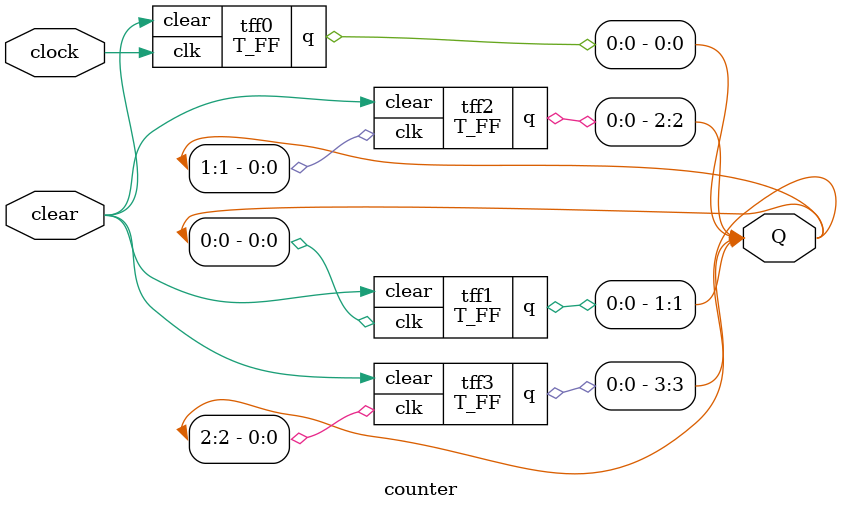
<source format=v>
module edge_dff(q, qbar, d, clk, clear); 
output q,qbar;
input d, clk, clear; 
wire s, sbar, r, rbar,cbar;  
assign cbar = ~clear; 
assign  
	sbar = ~(rbar & s),         
	s = ~(sbar & cbar & ~clk),         
	r = ~(rbar & ~clk & s),         
	rbar = ~(r & cbar & d); 
assign  
	q = ~(s & qbar),         
	qbar = ~(q & r & cbar); 
endmodule 
module T_FF(q, clk, clear); 
output q; 
input clk, clear; 
edge_dff ff1(q, ,~q, clk, clear); 
endmodule
module counter(Q , clock, clear); 
output [3:0] Q; 
input clock, clear; 
T_FF tff0(Q[0], clock, clear); 
T_FF tff1(Q[1], Q[0], clear); 
T_FF tff2(Q[2], Q[1], clear); 
T_FF tff3(Q[3], Q[2], clear); 
endmodule  

</source>
